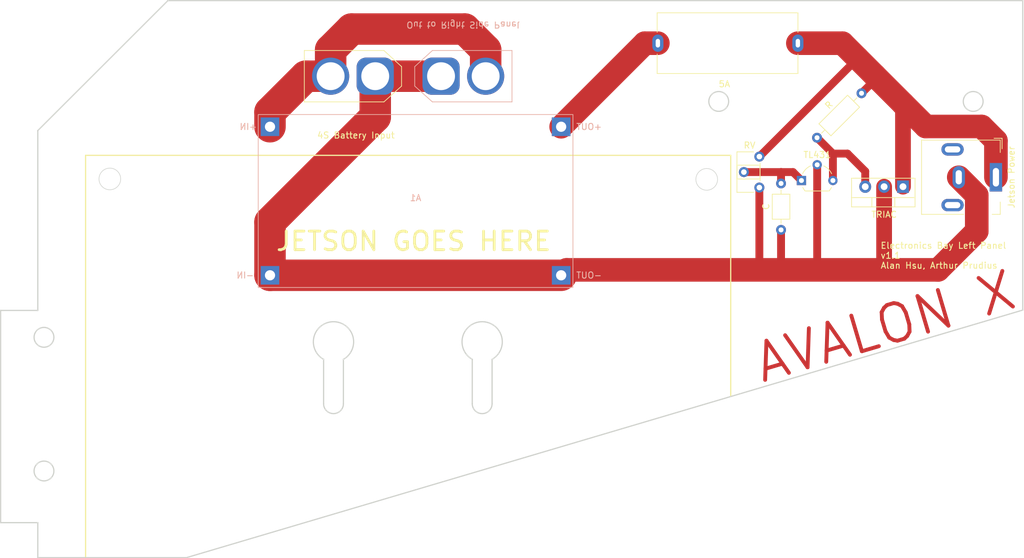
<source format=kicad_pcb>
(kicad_pcb (version 20221018) (generator pcbnew)
  (layers (0 "F.Cu" signal) (31 "B.Cu" signal) (34 "B.Paste" user) (35 "F.Paste" user) (36 "B.SilkS" user "B.Silkscreen") (37 "F.SilkS" user "F.Silkscreen") (38 "B.Mask" user) (39 "F.Mask" user) (44 "Edge.Cuts" user))
  (net 0 "")
  (net 1 "+BATT")
  (net 2 "GND")
  (net 3 "Net-(A1-VOUT)")
  (footprint "Resistor_THT:R_Axial_DIN0207_L6.3mm_D2.5mm_P10.16mm_Horizontal" (layer "F.Cu") (at 180.303898 110.272103 45)
    (fp_text reference "R" (at 5.08 -2.37 45) (layer "F.SilkS"))
    (fp_text value "R_Axial_DIN0207_L6.3mm_D2.5mm_P10.16mm_Horizontal")
    (fp_line (start 1.04 0) (end 1.81 0) (stroke (width 0.12)) (layer "F.SilkS"))
    (fp_line (start 1.81 -1.37) (end 1.81 1.37) (stroke (width 0.12)) (layer "F.SilkS"))
    (fp_line (start 1.81 1.37) (end 8.35 1.37) (stroke (width 0.12)) (layer "F.SilkS"))
    (fp_line (start 8.35 -1.37) (end 1.81 -1.37) (stroke (width 0.12)) (layer "F.SilkS"))
    (fp_line (start 8.35 1.37) (end 8.35 -1.37) (stroke (width 0.12)) (layer "F.SilkS"))
    (fp_line (start 9.12 0) (end 8.35 0) (stroke (width 0.12)) (layer "F.SilkS"))
    (pad "1" thru_hole circle (at 0 0 45) (size 1.6 1.6) (drill 0.8) (layers "*.Cu" "*.Mask"))
    (pad "2" thru_hole oval (at 10.16 0 45) (size 1.6 1.6) (drill 0.8) (layers "*.Cu" "*.Mask") (net 3 "Net-(A1-VOUT)"))
  )
  (footprint "Fuse:Fuseholder_Cylinder-5x20mm_Schurter_0031_8201_Horizontal_Open" (layer "F.Cu") (at 154.612 94.996)
    (fp_text reference "5A" (at 10.742 6.604) (layer "F.SilkS"))
    (fp_text value "Fuseholder_Cylinder-5x20mm_Schurter_0031_8201_Horizontal_Open")
    (fp_line (start -0.11 -4.91) (end 22.61 -4.91) (stroke (width 0.12)) (layer "F.SilkS"))
    (fp_line (start -0.11 -1.75) (end -0.11 -4.91) (stroke (width 0.12)) (layer "F.SilkS"))
    (fp_line (start -0.11 4.91) (end -0.11 1.75) (stroke (width 0.12)) (layer "F.SilkS"))
    (fp_line (start -0.11 4.91) (end 22.61 4.91) (stroke (width 0.12)) (layer "F.SilkS"))
    (fp_line (start 22.61 -1.75) (end 22.61 -4.91) (stroke (width 0.12)) (layer "F.SilkS"))
    (fp_line (start 22.61 4.91) (end 22.61 1.75) (stroke (width 0.12)) (layer "F.SilkS"))
    (pad "1" thru_hole oval (at 0 0) (size 1.8 2.8) (drill oval 0.7 1.4) (layers "*.Cu" "*.Mask") (net 3 "Net-(A1-VOUT)"))
    (pad "2" thru_hole oval (at 22.6 0) (size 1.8 2.8) (drill oval 0.7 1.4) (layers "*.Cu" "*.Mask") (net 3 "Net-(A1-VOUT)"))
  )
  (footprint "Package_TO_SOT_THT:TO-220-3_Vertical" (layer "F.Cu") (at 194.183 118.181 180)
    (fp_text reference "TRIAC" (at 3.048 -4.5) (layer "F.SilkS"))
    (fp_text value "TO-220-3_Vertical")
    (fp_line (start -1.945 -3.27) (end -1.945 1.371) (stroke (width 0.12)) (layer "F.SilkS"))
    (fp_line (start -1.945 -3.27) (end 8.295 -3.27) (stroke (width 0.12)) (layer "F.SilkS"))
    (fp_line (start -1.945 -1.76) (end 8.295 -1.76) (stroke (width 0.12)) (layer "F.SilkS"))
    (fp_line (start -1.945 1.371) (end 8.295 1.371) (stroke (width 0.12)) (layer "F.SilkS"))
    (fp_line (start 1.325 -3.27) (end 1.325 -1.76) (stroke (width 0.12)) (layer "F.SilkS"))
    (fp_line (start 5.026 -3.27) (end 5.026 -1.76) (stroke (width 0.12)) (layer "F.SilkS"))
    (fp_line (start 8.295 -3.27) (end 8.295 1.371) (stroke (width 0.12)) (layer "F.SilkS"))
    (pad "1" thru_hole rect (at 0 0 180) (size 1.905 2) (drill 1.1) (layers "*.Cu" "*.Mask") (net 3 "Net-(A1-VOUT)"))
    (pad "2" thru_hole oval (at 3.048 0 180) (size 1.905 2) (drill 1.1) (layers "*.Cu" "*.Mask") (net 2 "GND"))
    (pad "3" thru_hole oval (at 6.096 0 180) (size 1.905 2) (drill 1.1) (layers "*.Cu" "*.Mask"))
  )
  (footprint "Connector_BarrelJack:BarrelJack_GCT_DCJ200-10-A_Horizontal" (layer "F.Cu") (at 209.184 116.658 -90)
    (fp_text reference "Jetson Power" (at 0 -2.5 90) (layer "F.SilkS"))
    (fp_text value "BarrelJack_GCT_DCJ200-10-A_Horizontal")
    (fp_line (start -6.3 -1) (end -6.3 0.3) (stroke (width 0.12)) (layer "F.SilkS"))
    (fp_line (start -6 -0.7) (end -4 -0.7) (stroke (width 0.12)) (layer "F.SilkS"))
    (fp_line (start -6 12) (end -6 -0.7) (stroke (width 0.12)) (layer "F.SilkS"))
    (fp_line (start -4.6 -1) (end -6.3 -1) (stroke (width 0.12)) (layer "F.SilkS"))
    (fp_line (start 4 -0.7) (end 6 -0.7) (stroke (width 0.12)) (layer "F.SilkS"))
    (fp_line (start 6 -0.7) (end 6 0.6) (stroke (width 0.12)) (layer "F.SilkS"))
    (fp_line (start 6 5.2) (end 6 12) (stroke (width 0.12)) (layer "F.SilkS"))
    (fp_line (start 6 12) (end -6 12) (stroke (width 0.12)) (layer "F.SilkS"))
    (pad "" np_thru_hole circle (at 0 9 270) (size 1.6 1.6) (drill 1.6) (layers "F&B.Cu" "*.Mask"))
    (pad "1" thru_hole rect (at 0 0 270) (size 4.6 2) (drill oval 3 1) (layers "*.Cu" "*.Mask") (net 3 "Net-(A1-VOUT)"))
    (pad "2" thru_hole oval (at 0 6 270) (size 3.6 2) (drill oval 2.3 1) (layers "*.Cu" "*.Mask") (net 2 "GND"))
    (pad "MS" thru_hole oval (at -4.5 7 270) (size 2 3.6) (drill oval 1 2.5) (layers "*.Cu" "*.Mask"))
    (pad "MS" thru_hole oval (at 4.5 7 270) (size 2 3.6) (drill oval 1 2.5) (layers "*.Cu" "*.Mask"))
  )
  (footprint "Connector_AMASS:AMASS_XT60-M_1x02_P7.20mm_Vertical" (layer "F.Cu") (at 108.988 100.33 180)
    (fp_text reference "J1" hide)
    (fp_text value "XT60")
    (fp_line (start -4.25 -1.6) (end -4.25 1.55) (stroke (width 0.12)) (layer "F.SilkS"))
    (fp_line (start -4.25 1.55) (end -1.4 4.15) (stroke (width 0.12)) (layer "F.SilkS"))
    (fp_line (start -1.4 -4.15) (end -4.25 -1.6) (stroke (width 0.12)) (layer "F.SilkS"))
    (fp_line (start -1.4 4.15) (end 11.45 4.15) (stroke (width 0.12)) (layer "F.SilkS"))
    (fp_line (start 11.45 -4.15) (end -1.4 -4.15) (stroke (width 0.12)) (layer "F.SilkS"))
    (fp_line (start 11.45 4.15) (end 11.45 -4.15) (stroke (width 0.12)) (layer "F.SilkS"))
    (pad "1" thru_hole roundrect (at 0 0 180) (size 6 6) (drill 4.5) (layers "*.Cu" "*.Mask") (net 2 "GND"))
    (pad "2" thru_hole circle (at 7.2 0 180) (size 6 6) (drill 4.5) (layers "*.Cu" "*.Mask") (net 1 "+BATT"))
  )
  (footprint "Potentiometer_THT:Potentiometer_ACP_CA6-H2,5_Horizontal" (layer "F.Cu") (at 170.997 118.324 180)
    (fp_text reference "RV" (at 1.579 6.818) (layer "F.SilkS"))
    (fp_text value "Potentiometer_ACP_CA6-H2,5_Horizontal")
    (fp_line (start -0.121 1.066) (end -0.121 3.935) (stroke (width 0.12)) (layer "F.SilkS"))
    (fp_line (start -0.121 1.38) (end -0.121 3.62) (stroke (width 0.12)) (layer "F.SilkS"))
    (fp_line (start -0.121 1.38) (end 3.62 1.38) (stroke (width 0.12)) (layer "F.SilkS"))
    (fp_line (start -0.121 3.62) (end 3.62 3.62) (stroke (width 0.12)) (layer "F.SilkS"))
    (fp_line (start 0.925 -0.77) (end 3.62 -0.77) (stroke (width 0.12)) (layer "F.SilkS"))
    (fp_line (start 0.925 5.77) (end 3.62 5.77) (stroke (width 0.12)) (layer "F.SilkS"))
    (fp_line (start 3.62 -0.77) (end 3.62 5.77) (stroke (width 0.12)) (layer "F.SilkS"))
    (fp_line (start 3.62 1.38) (end 3.62 3.62) (stroke (width 0.12)) (layer "F.SilkS"))
    (pad "1" thru_hole circle (at 0 0 180) (size 1.62 1.62) (drill 0.9) (layers "*.Cu" "*.Mask") (net 2 "GND"))
    (pad "2" thru_hole circle (at 2.5 2.5 180) (size 1.62 1.62) (drill 0.9) (layers "*.Cu" "*.Mask"))
    (pad "3" thru_hole circle (at 0 5 180) (size 1.62 1.62) (drill 0.9) (layers "*.Cu" "*.Mask") (net 3 "Net-(A1-VOUT)"))
  )
  (footprint "Capacitor_THT:C_Axial_L3.8mm_D2.6mm_P7.50mm_Horizontal" (layer "F.Cu") (at 174.498 125.162 90)
    (fp_text reference "C" (at 3.75 -2.42 90) (layer "F.SilkS"))
    (fp_text value "C_Axial_L3.8mm_D2.6mm_P7.50mm_Horizontal")
    (fp_line (start 1.04 0) (end 1.73 0) (stroke (width 0.12)) (layer "F.SilkS"))
    (fp_line (start 1.73 -1.42) (end 1.73 1.42) (stroke (width 0.12)) (layer "F.SilkS"))
    (fp_line (start 1.73 1.42) (end 5.77 1.42) (stroke (width 0.12)) (layer "F.SilkS"))
    (fp_line (start 5.77 -1.42) (end 1.73 -1.42) (stroke (width 0.12)) (layer "F.SilkS"))
    (fp_line (start 5.77 1.42) (end 5.77 -1.42) (stroke (width 0.12)) (layer "F.SilkS"))
    (fp_line (start 6.46 0) (end 5.77 0) (stroke (width 0.12)) (layer "F.SilkS"))
    (pad "1" thru_hole circle (at 0 0 90) (size 1.6 1.6) (drill 0.8) (layers "*.Cu" "*.Mask") (net 2 "GND"))
    (pad "2" thru_hole oval (at 7.5 0 90) (size 1.6 1.6) (drill 0.8) (layers "*.Cu" "*.Mask"))
  )
  (footprint "Package_TO_SOT_THT:TO-92L_Wide" (layer "F.Cu") (at 177.79 117.182)
    (fp_text reference "TL431" (at 2.55 -4.15) (layer "F.SilkS"))
    (fp_text value "TO-92L_Wide")
    (fp_line (start 0.6 1.7) (end 4.45 1.7) (stroke (width 0.12)) (layer "F.SilkS"))
    (fp_arc (start 0.192226 -1.094786) (mid 0.710119 -1.833613) (end 1.45 -2.35) (stroke (width 0.12)) (layer "F.SilkS"))
    (fp_arc (start 0.6 1.7) (mid 0.389183 1.423933) (end 0.217369 1.122045) (stroke (width 0.12)) (layer "F.SilkS"))
    (fp_arc (start 3.6 -2.35) (mid 4.351408 -1.834367) (end 4.876463 -1.089513) (stroke (width 0.12)) (layer "F.SilkS"))
    (fp_arc (start 4.842383 1.112264) (mid 4.666594 1.419753) (end 4.45 1.7) (stroke (width 0.12)) (layer "F.SilkS"))
    (pad "1" thru_hole rect (at 0 0) (size 1.5 1.5) (drill 0.8) (layers "*.Cu" "*.Mask"))
    (pad "2" thru_hole circle (at 2.54 -2.54) (size 1.5 1.5) (drill 0.8) (layers "*.Cu" "*.Mask") (net 2 "GND"))
    (pad "3" thru_hole circle (at 5.08 0) (size 1.5 1.5) (drill 0.8) (layers "*.Cu" "*.Mask"))
  )
  (footprint "left-side:Buck" (layer "B.Cu") (at 115.5 120.5 180)
    (fp_text reference "A1" (at 0 0.5 unlocked) (layer "B.SilkS") (effects (justify mirror)))
    (fp_text value "Buck")
    (fp_text user "-IN" (at 27.5 -12 unlocked) (layer "B.SilkS") (effects (justify mirror)))
    (fp_text user "-OUT" (at -28 -12 unlocked) (layer "B.SilkS") (effects (justify mirror)))
    (fp_text user "+IN" (at 27 12 unlocked) (layer "B.SilkS") (effects (justify mirror)))
    (fp_text user "+OUT" (at -28 12 unlocked) (layer "B.SilkS") (effects (justify mirror)))
    (fp_rect (start -25.4 13.97) (end 25.4 -13.97) (stroke (width 0.12)) (fill none) (layer "B.SilkS"))
    (pad "1" thru_hole rect (at -23.5 12 180) (size 3 3) (drill 1.65) (layers "*.Cu" "*.Mask") (net 3 "Net-(A1-VOUT)"))
    (pad "2" thru_hole rect (at -23.5 -12 180) (size 3 3) (drill 1.65) (layers "*.Cu" "*.Mask") (net 2 "GND"))
    (pad "3" thru_hole rect (at 23.5 -12 180) (size 3 3) (drill 1.65) (layers "*.Cu" "*.Mask") (net 2 "GND"))
    (pad "4" thru_hole rect (at 23.5 12 180) (size 3 3) (drill 1.65) (layers "*.Cu" "*.Mask") (net 1 "+BATT"))
  )
  (footprint "Connector_AMASS:AMASS_XT60-F_1x02_P7.20mm_Vertical" (layer "B.Cu") (at 119.612 100.33)
    (fp_text reference "J2" hide)
    (fp_text value "XT60")
    (fp_line (start -4.25 -1.55) (end -1.4 -4.15) (stroke (width 0.12)) (layer "B.SilkS"))
    (fp_line (start -4.25 1.6) (end -4.25 -1.55) (stroke (width 0.12)) (layer "B.SilkS"))
    (fp_line (start -1.4 -4.15) (end 11.45 -4.15) (stroke (width 0.12)) (layer "B.SilkS"))
    (fp_line (start -1.4 4.15) (end -4.25 1.6) (stroke (width 0.12)) (layer "B.SilkS"))
    (fp_line (start 11.45 -4.15) (end 11.45 4.15) (stroke (width 0.12)) (layer "B.SilkS"))
    (fp_line (start 11.45 4.15) (end -1.4 4.15) (stroke (width 0.12)) (layer "B.SilkS"))
    (pad "1" thru_hole roundrect (at 0 0) (size 6 6) (drill 4.5) (layers "*.Cu" "*.Mask") (net 2 "GND"))
    (pad "2" thru_hole circle (at 7.2 0) (size 6 6) (drill 4.5) (layers "*.Cu" "*.Mask") (net 1 "+BATT"))
  )
  (gr_line (start 62.23 113.119146) (end 166.37 113.119146) (stroke (width 0.2)) (layer "F.SilkS"))
  (gr_line (start 166.37 113.119146) (end 166.37 152) (stroke (width 0.2)) (layer "F.SilkS"))
  (gr_line (start 62.23 178.054) (end 62.23 113.119146) (stroke (width 0.2)) (layer "F.SilkS"))
  (gr_line (start 48.514 138.176) (end 48.514 172.462292) (stroke (width 0.2)) (layer "Edge.Cuts"))
  (gr_line (start 54.514 172.462292) (end 54.514 178.119146) (stroke (width 0.2)) (layer "Edge.Cuts"))
  (gr_line (start 75.514 88.119146) (end 54.514 109.119146) (stroke (width 0.2)) (layer "Edge.Cuts"))
  (gr_circle (center 164.438628 104.407873) (end 166.038628 104.407873) (stroke (width 0.2)) (fill none) (layer "Edge.Cuts"))
  (gr_arc (start 100.65 146.078869) (mid 102.25 140) (end 103.85 146.078869) (stroke (width 0.2)) (layer "Edge.Cuts"))
  (gr_arc (start 127.85 153.25) (mid 126.25 154.85) (end 124.65 153.25) (stroke (width 0.2)) (layer "Edge.Cuts"))
  (gr_circle (center 66.144989 116.933102) (end 67.894989 116.933102) (stroke (width 0.1)) (fill none) (layer "Edge.Cuts"))
  (gr_line (start 213.514 88.119146) (end 75.514 88.119146) (stroke (width 0.2)) (layer "Edge.Cuts"))
  (gr_line (start 48.514 172.462292) (end 54.514 172.462292) (stroke (width 0.2)) (layer "Edge.Cuts"))
  (gr_line (start 124.65 146.078869) (end 124.65 153.25) (stroke (width 0.2)) (layer "Edge.Cuts"))
  (gr_arc (start 124.65 146.078869) (mid 126.25 140) (end 127.85 146.078869) (stroke (width 0.2)) (layer "Edge.Cuts"))
  (gr_line (start 213.514 138.119146) (end 213.514 88.119146) (stroke (width 0.2)) (layer "Edge.Cuts"))
  (gr_line (start 54.514 178.119146) (end 78.514 178.119146) (stroke (width 0.2)) (layer "Edge.Cuts"))
  (gr_line (start 103.85 153.25) (end 103.85 146.078869) (stroke (width 0.2)) (layer "Edge.Cuts"))
  (gr_circle (center 55.514 164.119146) (end 57.114 164.119146) (stroke (width 0.2)) (fill none) (layer "Edge.Cuts"))
  (gr_line (start 127.85 153.25) (end 127.85 146.078869) (stroke (width 0.2)) (layer "Edge.Cuts"))
  (gr_line (start 78.514 178.119146) (end 213.514 138.119146) (stroke (width 0.2)) (layer "Edge.Cuts"))
  (gr_circle (center 55.514 142.519146) (end 57.114 142.519146) (stroke (width 0.2)) (fill none) (layer "Edge.Cuts"))
  (gr_circle (center 162.5 117) (end 164.25 117) (stroke (width 0.1)) (fill none) (layer "Edge.Cuts"))
  (gr_arc (start 103.85 153.25) (mid 102.25 154.85) (end 100.65 153.25) (stroke (width 0.2)) (layer "Edge.Cuts"))
  (gr_line (start 54.514 109.119146) (end 54.514 138.176) (stroke (width 0.2)) (layer "Edge.Cuts"))
  (gr_line (start 100.65 146.078869) (end 100.65 153.25) (stroke (width 0.2)) (layer "Edge.Cuts"))
  (gr_circle (center 205.514 104.407873) (end 207.114 104.407873) (stroke (width 0.2)) (fill none) (layer "Edge.Cuts"))
  (gr_line (start 54.514 138.176) (end 48.514 138.176) (stroke (width 0.2)) (layer "Edge.Cuts"))
  (gr_text "AVALON X" (at 213.36 137.922 16.5) (layer "F.Cu") (effects (font (size 6 6) (thickness 0.625)) (justify right bottom)))
  (gr_text "Out to Right Side Panel" (at 123.19 91.44 180) (layer "B.SilkS") (effects (font (size 1 1)) (justify bottom mirror)))
  (gr_text "4S Battery Input" (at 112.212 110.466) (layer "F.SilkS") (effects (font (size 1 1)) (justify right bottom)))
  (gr_text "JETSON GOES HERE" (at 92.75 128.75) (layer "F.SilkS") (effects (font (size 3 3) (thickness 0.45)) (justify left bottom)))
  (gr_text "Electronics Bay Left Panel\nv1.1\nAlan Hsu, Arthur Prudius" (at 190.5 131.5) (layer "F.SilkS") (effects (font (size 1 1)) (justify left bottom)))
  (segment (start 182.87 117.182) (end 182.87 112.838205) (width 1.27) (layer "F.Cu") (net 0))
  (segment (start 188.087 115.697) (end 188.087 118.181) (width 1.27) (layer "F.Cu") (net 0))
  (segment (start 168.497 115.824) (end 174.498 115.824) (width 1.27) (layer "F.Cu") (net 0))
  (segment (start 174.498 115.824) (end 176.432 115.824) (width 1.27) (layer "F.Cu") (net 0))
  (segment (start 176.432 115.824) (end 177.79 117.182) (width 1.27) (layer "F.Cu") (net 0))
  (segment (start 182.87 112.838205) (end 185.228205 112.838205) (width 1.27) (layer "F.Cu") (net 0))
  (segment (start 182.87 112.838205) (end 180.303898 110.272103) (width 1.27) (layer "F.Cu") (net 0))
  (segment (start 174.498 117.662) (end 174.498 115.824) (width 1.27) (layer "F.Cu") (net 0))
  (segment (start 185.228205 112.838205) (end 188.087 115.697) (width 1.27) (layer "F.Cu") (net 0))
  (segment (start 105.16536 92.71) (end 101.788 96.08736) (width 5.08) (layer "F.Cu") (net 1))
  (segment (start 123.43464 92.71) (end 105.16536 92.71) (width 5.08) (layer "F.Cu") (net 1))
  (segment (start 101.788 96.08736) (end 101.788 100.33) (width 5.08) (layer "F.Cu") (net 1))
  (segment (start 126.812 100.33) (end 126.812 96.08736) (width 5.08) (layer "F.Cu") (net 1))
  (segment (start 97.79 100.33) (end 92 106.12) (width 5.08) (layer "F.Cu") (net 1))
  (segment (start 101.788 100.33) (end 97.79 100.33) (width 5.08) (layer "F.Cu") (net 1))
  (segment (start 92 106.12) (end 92 108.5) (width 5.08) (layer "F.Cu") (net 1))
  (segment (start 126.812 96.08736) (end 123.43464 92.71) (width 5.08) (layer "F.Cu") (net 1))
  (segment (start 174.498 125.162) (end 174.498 131.064) (width 1.27) (layer "F.Cu") (net 2))
  (segment (start 199.8472 131.6228) (end 206.089 125.381) (width 3.81) (layer "F.Cu") (net 2))
  (segment (start 108.988 106.912) (end 108.988 100.33) (width 5.08) (layer "F.Cu") (net 2))
  (segment (start 180.33 131.054) (end 180.34 131.064) (width 0.25) (layer "F.Cu") (net 2))
  (segment (start 92 132.5) (end 92 123.9) (width 5.08) (layer "F.Cu") (net 2))
  (segment (start 92 132.5) (end 139 132.5) (width 5.08) (layer "F.Cu") (net 2))
  (segment (start 170.997 118.324) (end 170.997 130.103) (width 1.27) (layer "F.Cu") (net 2))
  (segment (start 139 132.5) (end 139.8772 131.6228) (width 3.81) (layer "F.Cu") (net 2))
  (segment (start 139.8772 131.6228) (end 199.8472 131.6228) (width 3.81) (layer "F.Cu") (net 2))
  (segment (start 170.997 130.103) (end 171.958 131.064) (width 0.25) (layer "F.Cu") (net 2))
  (segment (start 180.33 114.642) (end 180.33 131.054) (width 1.27) (layer "F.Cu") (net 2))
  (segment (start 206.089 119.563) (end 203.184 116.658) (width 3.81) (layer "F.Cu") (net 2))
  (segment (start 108.988 100.33) (end 119.612 100.33) (width 5.08) (layer "F.Cu") (net 2))
  (segment (start 191.135 118.181) (end 191.135 130.937) (width 2.54) (layer "F.Cu") (net 2))
  (segment (start 92 123.9) (end 108.988 106.912) (width 5.08) (layer "F.Cu") (net 2))
  (segment (start 191.135 130.937) (end 191.008 131.064) (width 0.25) (layer "F.Cu") (net 2))
  (segment (start 206.089 125.381) (end 206.089 119.563) (width 3.81) (layer "F.Cu") (net 2))
  (segment (start 186.817 97.409) (end 186.817 97.504) (width 0.25) (layer "F.Cu") (net 3))
  (segment (start 152.504 94.996) (end 139 108.5) (width 3.81) (layer "F.Cu") (net 3))
  (segment (start 194.183 118.181) (end 194.183 104.775) (width 2.54) (layer "F.Cu") (net 3))
  (segment (start 189.611 100.203) (end 186.817 97.409) (width 3.81) (layer "F.Cu") (net 3))
  (segment (start 154.612 94.996) (end 152.504 94.996) (width 3.81) (layer "F.Cu") (net 3))
  (segment (start 206.883 108.458) (end 197.866 108.458) (width 3.81) (layer "F.Cu") (net 3))
  (segment (start 189.611 100.965001) (end 189.611 100.203) (width 0.25) (layer "F.Cu") (net 3))
  (segment (start 186.817 97.504) (end 170.997 113.324) (width 1.27) (layer "F.Cu") (net 3))
  (segment (start 209.184 116.658) (end 209.184 110.759) (width 3.81) (layer "F.Cu") (net 3))
  (segment (start 184.404 94.996) (end 177.212 94.996) (width 3.81) (layer "F.Cu") (net 3))
  (segment (start 197.866 108.458) (end 194.183 104.775) (width 3.81) (layer "F.Cu") (net 3))
  (segment (start 186.817 97.409) (end 184.404 94.996) (width 3.81) (layer "F.Cu") (net 3))
  (segment (start 194.183 104.775) (end 189.611 100.203) (width 3.81) (layer "F.Cu") (net 3))
  (segment (start 187.488103 103.087898) (end 189.611 100.965001) (width 1.27) (layer "F.Cu") (net 3))
  (segment (start 209.184 110.759) (end 206.883 108.458) (width 3.81) (layer "F.Cu") (net 3))
)
</source>
